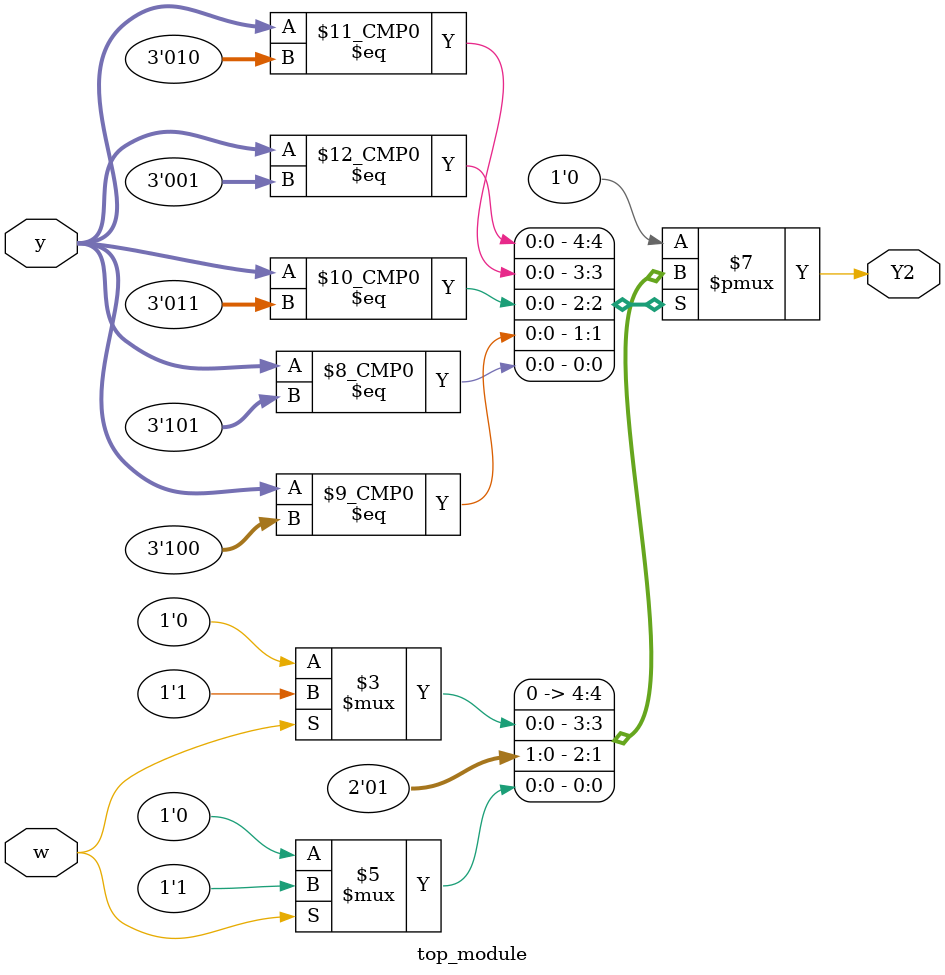
<source format=sv>
module top_module(
    input [3:1] y,
    input w,
    output reg Y2);

    always @(*) begin
        case (y)
            3'b000: Y2 = 1'b0;        // A
            3'b001: Y2 = w ? 1'b0 : 1'b0;  // B
            3'b010: Y2 = w ? 1'b1 : 1'b0;  // C
            3'b011: Y2 = w ? 1'b0 : 1'b0;  // D
            3'b100: Y2 = 1'b1;        // E
            3'b101: Y2 = w ? 1'b1 : 1'b0;  // F
            default: Y2 = 1'b0;       // Safety default
        endcase
    end
endmodule

</source>
